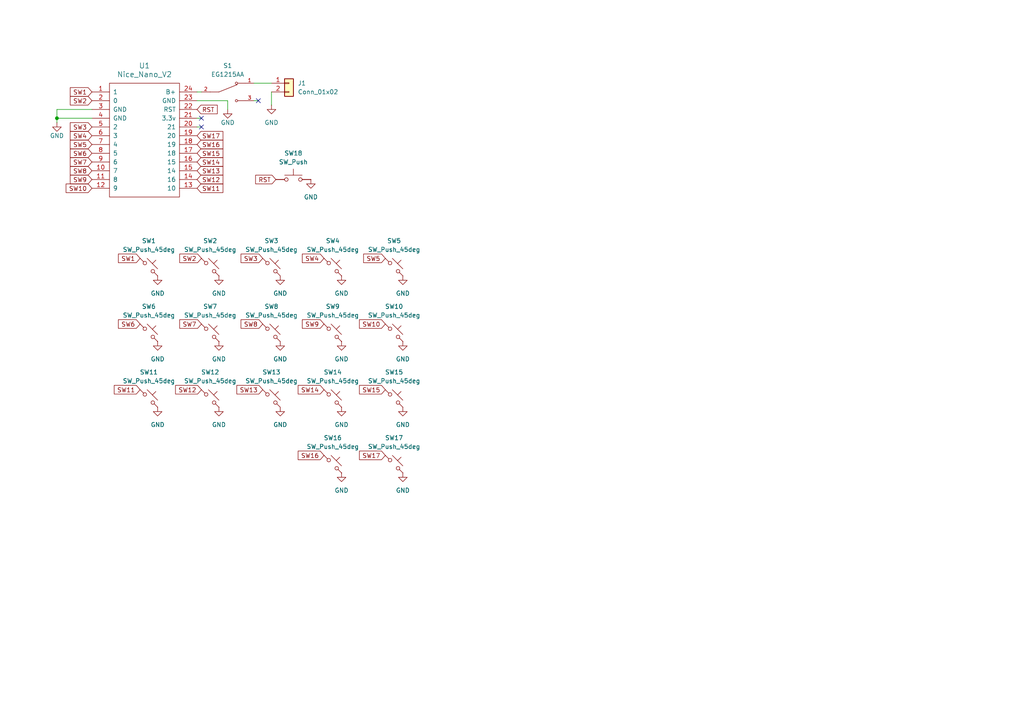
<source format=kicad_sch>
(kicad_sch (version 20250114) (generator "eeschema") (generator_version "9.0")
  (paper "A4")
  (lib_symbols
    (symbol "Connector_Generic:Conn_01x02" (pin_names (offset 1.016) (hide yes))
      (property "Reference" "J" (at 0 2.54 0))
      (property "Value" "Conn_01x02" (at 0 -5.08 0))
      (symbol "Conn_01x02_1_1"
        (rectangle (start -1.27 1.27) (end 1.27 -3.81) (stroke (width 0.254)) (fill (type background)))
        (rectangle (start -1.27 0.127) (end 0 -0.127) (stroke (width 0.1524)))
        (rectangle (start -1.27 -2.413) (end 0 -2.667) (stroke (width 0.1524)))
        (pin passive line (at -5.08 0 0) (length 3.81) (name "Pin_1") (number "1"))
        (pin passive line (at -5.08 -2.54 0) (length 3.81) (name "Pin_2") (number "2"))
      )
    )
    (symbol "EG1215AA:EG1215AA" (pin_names (offset 1.016))
      (property "Reference" "S" (at -2.54 5.08 0))
      (property "Value" "EG1215AA" (at -2.54 -5.08 0))
      (symbol "EG1215AA_0_0"
        (polyline (pts (xy -2.54 0) (xy -5.08 0)) (stroke (width 0.1524)))
        (polyline (pts (xy -2.54 0) (xy 2.794 2.1336)) (stroke (width 0.1524)))
        (circle (center 2.54 2.54) (radius 0.3302) (stroke (width 0.1524)))
        (circle (center 2.54 -2.54) (radius 0.3302) (stroke (width 0.1524)))
        (polyline (pts (xy 5.08 2.54) (xy 2.921 2.54)) (stroke (width 0.1524)))
        (polyline (pts (xy 5.08 -2.54) (xy 2.921 -2.54)) (stroke (width 0.1524)))
        (pin passive line (at -7.62 0 0) (length 2.54) (name "~") (number "2"))
        (pin passive line (at 7.62 2.54 180) (length 2.54) (name "~") (number "1"))
        (pin passive line (at 7.62 -2.54 180) (length 2.54) (name "~") (number "3"))
      )
    )
    (symbol "ScottoKeebs:MCU_Nice_Nano_V2" (pin_names (offset 1.016))
      (property "Reference" "U" (at 0 0 0))
      (property "Value" "Nice_Nano_V2" (at 0 -19.05 0))
      (symbol "MCU_Nice_Nano_V2_0_1"
        (rectangle (start -10.16 16.51) (end 10.16 -16.51))
      )
      (symbol "MCU_Nice_Nano_V2_1_1"
        (pin input line (at -15.24 13.97 0) (length 5.08) (name "1") (number "1"))
        (pin input line (at -15.24 11.43 0) (length 5.08) (name "0") (number "2"))
        (pin input line (at -15.24 8.89 0) (length 5.08) (name "GND") (number "3"))
        (pin input line (at -15.24 6.35 0) (length 5.08) (name "GND") (number "4"))
        (pin input line (at -15.24 3.81 0) (length 5.08) (name "2") (number "5"))
        (pin input line (at -15.24 1.27 0) (length 5.08) (name "3") (number "6"))
        (pin input line (at -15.24 -1.27 0) (length 5.08) (name "4") (number "7"))
        (pin input line (at -15.24 -3.81 0) (length 5.08) (name "5") (number "8"))
        (pin input line (at -15.24 -6.35 0) (length 5.08) (name "6") (number "9"))
        (pin input line (at -15.24 -8.89 0) (length 5.08) (name "7") (number "10"))
        (pin input line (at -15.24 -11.43 0) (length 5.08) (name "8") (number "11"))
        (pin input line (at -15.24 -13.97 0) (length 5.08) (name "9") (number "12"))
        (pin input line (at 15.24 13.97 180) (length 5.08) (name "B+") (number "24"))
        (pin input line (at 15.24 11.43 180) (length 5.08) (name "GND") (number "23"))
        (pin input line (at 15.24 8.89 180) (length 5.08) (name "RST") (number "22"))
        (pin input line (at 15.24 6.35 180) (length 5.08) (name "3.3v") (number "21"))
        (pin input line (at 15.24 3.81 180) (length 5.08) (name "21") (number "20"))
        (pin input line (at 15.24 1.27 180) (length 5.08) (name "20") (number "19"))
        (pin input line (at 15.24 -1.27 180) (length 5.08) (name "19") (number "18"))
        (pin input line (at 15.24 -3.81 180) (length 5.08) (name "18") (number "17"))
        (pin input line (at 15.24 -6.35 180) (length 5.08) (name "15") (number "16"))
        (pin input line (at 15.24 -8.89 180) (length 5.08) (name "14") (number "15"))
        (pin input line (at 15.24 -11.43 180) (length 5.08) (name "16") (number "14"))
        (pin input line (at 15.24 -13.97 180) (length 5.08) (name "10") (number "13"))
      )
    )
    (symbol "Switch:SW_Push" (pin_numbers (hide yes)) (pin_names (offset 1.016) (hide yes))
      (property "Reference" "SW" (at 1.27 2.54 0))
      (property "Value" "SW_Push" (at 0 -1.524 0))
      (symbol "SW_Push_0_1"
        (circle (center -2.032 0) (radius 0.508))
        (polyline (pts (xy 0 1.27) (xy 0 3.048)))
        (circle (center 2.032 0) (radius 0.508))
        (polyline (pts (xy 2.54 1.27) (xy -2.54 1.27)))
        (pin passive line (at -5.08 0 0) (length 2.54) (name "1") (number "1"))
        (pin passive line (at 5.08 0 180) (length 2.54) (name "2") (number "2"))
      )
    )
    (symbol "Switch:SW_Push_45deg" (pin_numbers (hide yes)) (pin_names (offset 1.016) (hide yes))
      (property "Reference" "SW" (at 3.048 1.016 0))
      (property "Value" "SW_Push_45deg" (at 0 -3.81 0))
      (symbol "SW_Push_45deg_0_1"
        (polyline (pts (xy -2.54 2.54) (xy -1.524 1.524) (xy -1.524 1.524)))
        (circle (center -1.1684 1.1684) (radius 0.508))
        (polyline (pts (xy -0.508 2.54) (xy 2.54 -0.508)))
        (polyline (pts (xy 1.016 1.016) (xy 2.032 2.032)))
        (circle (center 1.143 -1.1938) (radius 0.508))
        (polyline (pts (xy 1.524 -1.524) (xy 2.54 -2.54) (xy 2.54 -2.54) (xy 2.54 -2.54)))
        (pin passive line (at -2.54 2.54 0) (length 0) (name "1") (number "1"))
        (pin passive line (at 2.54 -2.54 180) (length 0) (name "2") (number "2"))
      )
    )
    (symbol "power:GND" (power) (pin_numbers (hide yes)) (pin_names (offset 0) (hide yes))
      (property "Value" "GND" (at 0 -3.81 0))
      (symbol "GND_0_1"
        (polyline (pts (xy 0 0) (xy 0 -1.27) (xy 1.27 -1.27) (xy 0 -2.54) (xy -1.27 -1.27) (xy 0 -1.27)))
      )
      (symbol "GND_1_1"
        (pin power_in line (at 0 0 270) (length 0) (name "~") (number "1"))
      )
    )
  )
  (junction (at 16.51 34.29))
  (no_connect (at 58.42 36.83))
  (no_connect (at 74.93 29.21))
  (no_connect (at 58.42 34.29))
  (wire (pts (xy 16.51 31.75) (xy 16.51 34.29)))
  (wire (pts (xy 58.42 26.67) (xy 57.15 26.67)))
  (wire (pts (xy 16.51 35.56) (xy 16.51 34.29)))
  (wire (pts (xy 78.74 26.67) (xy 78.74 30.48)))
  (wire (pts (xy 58.42 34.29) (xy 57.15 34.29)))
  (wire (pts (xy 66.04 29.21) (xy 66.04 31.75)))
  (wire (pts (xy 74.93 29.21) (xy 73.66 29.21)))
  (wire (pts (xy 26.67 31.75) (xy 16.51 31.75)))
  (wire (pts (xy 73.66 24.13) (xy 78.74 24.13)))
  (wire (pts (xy 16.51 34.29) (xy 26.67 34.29)))
  (wire (pts (xy 58.42 36.83) (xy 57.15 36.83)))
  (wire (pts (xy 57.15 29.21) (xy 66.04 29.21)))
  (global_label "SW14" (shape input) (at 93.98 113.03 180) (property "Intersheetrefs" "${INTERSHEET_REFS}" (effects (hide yes))))
  (global_label "SW5" (shape input) (at 111.76 74.93 180) (property "Intersheetrefs" "${INTERSHEET_REFS}" (effects (hide yes))))
  (global_label "SW9" (shape input) (at 93.98 93.98 180) (property "Intersheetrefs" "${INTERSHEET_REFS}" (effects (hide yes))))
  (global_label "SW10" (shape input) (at 26.67 54.61 180) (property "Intersheetrefs" "${INTERSHEET_REFS}" (effects (hide yes))))
  (global_label "SW16" (shape input) (at 57.15 41.91 0) (property "Intersheetrefs" "${INTERSHEET_REFS}" (effects (hide yes))))
  (global_label "SW15" (shape input) (at 111.76 113.03 180) (property "Intersheetrefs" "${INTERSHEET_REFS}" (effects (hide yes))))
  (global_label "SW4" (shape input) (at 26.67 39.37 180) (property "Intersheetrefs" "${INTERSHEET_REFS}" (effects (hide yes))))
  (global_label "SW9" (shape input) (at 26.67 52.07 180) (property "Intersheetrefs" "${INTERSHEET_REFS}" (effects (hide yes))))
  (global_label "SW6" (shape input) (at 40.64 93.98 180) (property "Intersheetrefs" "${INTERSHEET_REFS}" (effects (hide yes))))
  (global_label "SW11" (shape input) (at 40.64 113.03 180) (property "Intersheetrefs" "${INTERSHEET_REFS}" (effects (hide yes))))
  (global_label "SW6" (shape input) (at 26.67 44.45 180) (property "Intersheetrefs" "${INTERSHEET_REFS}" (effects (hide yes))))
  (global_label "SW7" (shape input) (at 26.67 46.99 180) (property "Intersheetrefs" "${INTERSHEET_REFS}" (effects (hide yes))))
  (global_label "SW12" (shape input) (at 57.15 52.07 0) (property "Intersheetrefs" "${INTERSHEET_REFS}" (effects (hide yes))))
  (global_label "SW2" (shape input) (at 58.42 74.93 180) (property "Intersheetrefs" "${INTERSHEET_REFS}" (effects (hide yes))))
  (global_label "SW16" (shape input) (at 93.98 132.08 180) (property "Intersheetrefs" "${INTERSHEET_REFS}" (effects (hide yes))))
  (global_label "SW14" (shape input) (at 57.15 46.99 0) (property "Intersheetrefs" "${INTERSHEET_REFS}" (effects (hide yes))))
  (global_label "SW3" (shape input) (at 26.67 36.83 180) (property "Intersheetrefs" "${INTERSHEET_REFS}" (effects (hide yes))))
  (global_label "SW13" (shape input) (at 57.15 49.53 0) (property "Intersheetrefs" "${INTERSHEET_REFS}" (effects (hide yes))))
  (global_label "SW15" (shape input) (at 57.15 44.45 0) (property "Intersheetrefs" "${INTERSHEET_REFS}" (effects (hide yes))))
  (global_label "SW1" (shape input) (at 26.67 26.67 180) (property "Intersheetrefs" "${INTERSHEET_REFS}" (effects (hide yes))))
  (global_label "SW11" (shape input) (at 57.15 54.61 0) (property "Intersheetrefs" "${INTERSHEET_REFS}" (effects (hide yes))))
  (global_label "RST" (shape input) (at 57.15 31.75 0) (property "Intersheetrefs" "${INTERSHEET_REFS}" (effects (hide yes))))
  (global_label "SW5" (shape input) (at 26.67 41.91 180) (property "Intersheetrefs" "${INTERSHEET_REFS}" (effects (hide yes))))
  (global_label "SW2" (shape input) (at 26.67 29.21 180) (property "Intersheetrefs" "${INTERSHEET_REFS}" (effects (hide yes))))
  (global_label "SW7" (shape input) (at 58.42 93.98 180) (property "Intersheetrefs" "${INTERSHEET_REFS}" (effects (hide yes))))
  (global_label "SW17" (shape input) (at 57.15 39.37 0) (property "Intersheetrefs" "${INTERSHEET_REFS}" (effects (hide yes))))
  (global_label "SW10" (shape input) (at 111.76 93.98 180) (property "Intersheetrefs" "${INTERSHEET_REFS}" (effects (hide yes))))
  (global_label "SW13" (shape input) (at 76.2 113.03 180) (property "Intersheetrefs" "${INTERSHEET_REFS}" (effects (hide yes))))
  (global_label "SW1" (shape input) (at 40.64 74.93 180) (property "Intersheetrefs" "${INTERSHEET_REFS}" (effects (hide yes))))
  (global_label "SW8" (shape input) (at 76.2 93.98 180) (property "Intersheetrefs" "${INTERSHEET_REFS}" (effects (hide yes))))
  (global_label "SW3" (shape input) (at 76.2 74.93 180) (property "Intersheetrefs" "${INTERSHEET_REFS}" (effects (hide yes))))
  (global_label "SW8" (shape input) (at 26.67 49.53 180) (property "Intersheetrefs" "${INTERSHEET_REFS}" (effects (hide yes))))
  (global_label "SW17" (shape input) (at 111.76 132.08 180) (property "Intersheetrefs" "${INTERSHEET_REFS}" (effects (hide yes))))
  (global_label "SW12" (shape input) (at 58.42 113.03 180) (property "Intersheetrefs" "${INTERSHEET_REFS}" (effects (hide yes))))
  (global_label "RST" (shape input) (at 80.01 52.07 180) (property "Intersheetrefs" "${INTERSHEET_REFS}" (effects (hide yes))))
  (global_label "SW4" (shape input) (at 93.98 74.93 180) (property "Intersheetrefs" "${INTERSHEET_REFS}" (effects (hide yes))))
  (symbol (lib_id "Switch:SW_Push_45deg") (at 96.52 115.57 0) (unit 1)
    (property "Reference" "SW14" (at 96.52 107.95 0))
    (property "Value" "SW_Push_45deg" (at 96.52 110.49 0))
    (property "Description" "Push button switch, normally open, two pins, 45° tilted" (effects (hide yes)))
  )
  (symbol (lib_id "Switch:SW_Push_45deg") (at 114.3 77.47 0) (unit 1)
    (property "Reference" "SW5" (at 114.3 69.85 0))
    (property "Value" "SW_Push_45deg" (at 114.3 72.39 0))
    (property "Description" "Push button switch, normally open, two pins, 45° tilted" (effects (hide yes)))
  )
  (symbol (lib_id "power:GND") (at 45.72 80.01 0) (unit 1)
    (property "Reference" "#PWR01" (effects (hide yes)))
    (property "Value" "GND" (at 45.72 85.09 0))
    (property "Description" "Power symbol creates a global label with name \"GND\" , ground" (effects (hide yes)))
  )
  (symbol (lib_id "power:GND") (at 99.06 99.06 0) (unit 1)
    (property "Reference" "#PWR09" (effects (hide yes)))
    (property "Value" "GND" (at 99.06 104.14 0))
    (property "Description" "Power symbol creates a global label with name \"GND\" , ground" (effects (hide yes)))
  )
  (symbol (lib_id "Switch:SW_Push_45deg") (at 96.52 96.52 0) (unit 1)
    (property "Reference" "SW9" (at 96.52 88.9 0))
    (property "Value" "SW_Push_45deg" (at 96.52 91.44 0))
    (property "Description" "Push button switch, normally open, two pins, 45° tilted" (effects (hide yes)))
  )
  (symbol (lib_id "Switch:SW_Push_45deg") (at 60.96 96.52 0) (unit 1)
    (property "Reference" "SW7" (at 60.96 88.9 0))
    (property "Value" "SW_Push_45deg" (at 60.96 91.44 0))
    (property "Description" "Push button switch, normally open, two pins, 45° tilted" (effects (hide yes)))
  )
  (symbol (lib_id "power:GND") (at 78.74 30.48 0) (unit 1)
    (property "Reference" "#PWR020" (effects (hide yes)))
    (property "Value" "GND" (at 78.74 35.56 0))
    (property "Description" "Power symbol creates a global label with name \"GND\" , ground" (effects (hide yes)))
  )
  (symbol (lib_id "power:GND") (at 63.5 99.06 0) (unit 1)
    (property "Reference" "#PWR07" (effects (hide yes)))
    (property "Value" "GND" (at 63.5 104.14 0))
    (property "Description" "Power symbol creates a global label with name \"GND\" , ground" (effects (hide yes)))
  )
  (symbol (lib_id "power:GND") (at 99.06 80.01 0) (unit 1)
    (property "Reference" "#PWR04" (effects (hide yes)))
    (property "Value" "GND" (at 99.06 85.09 0))
    (property "Description" "Power symbol creates a global label with name \"GND\" , ground" (effects (hide yes)))
  )
  (symbol (lib_id "power:GND") (at 81.28 99.06 0) (unit 1)
    (property "Reference" "#PWR08" (effects (hide yes)))
    (property "Value" "GND" (at 81.28 104.14 0))
    (property "Description" "Power symbol creates a global label with name \"GND\" , ground" (effects (hide yes)))
  )
  (symbol (lib_id "Switch:SW_Push_45deg") (at 78.74 77.47 0) (unit 1)
    (property "Reference" "SW3" (at 78.74 69.85 0))
    (property "Value" "SW_Push_45deg" (at 78.74 72.39 0))
    (property "Description" "Push button switch, normally open, two pins, 45° tilted" (effects (hide yes)))
  )
  (symbol (lib_id "power:GND") (at 63.5 118.11 0) (unit 1)
    (property "Reference" "#PWR012" (effects (hide yes)))
    (property "Value" "GND" (at 63.5 123.19 0))
    (property "Description" "Power symbol creates a global label with name \"GND\" , ground" (effects (hide yes)))
  )
  (symbol (lib_id "ScottoKeebs:MCU_Nice_Nano_V2") (at 41.91 40.64 0) (unit 1)
    (property "Reference" "U1" (at 41.91 19.05 0) (effects (font (size 1.524 1.524))))
    (property "Value" "Nice_Nano_V2" (at 41.91 21.59 0) (effects (font (size 1.524 1.524))))
    (property "Footprint" "ScottoKeebs_MCU:Nice_Nano_V2" (effects (hide yes)))
  )
  (symbol (lib_id "power:GND") (at 116.84 99.06 0) (unit 1)
    (property "Reference" "#PWR010" (effects (hide yes)))
    (property "Value" "GND" (at 116.84 104.14 0))
    (property "Description" "Power symbol creates a global label with name \"GND\" , ground" (effects (hide yes)))
  )
  (symbol (lib_id "Switch:SW_Push_45deg") (at 96.52 134.62 0) (unit 1)
    (property "Reference" "SW16" (at 96.52 127 0))
    (property "Value" "SW_Push_45deg" (at 96.52 129.54 0))
    (property "Description" "Push button switch, normally open, two pins, 45° tilted" (effects (hide yes)))
  )
  (symbol (lib_id "Connector_Generic:Conn_01x02") (at 83.82 24.13 0) (unit 1)
    (property "Reference" "J1" (at 86.36 24.1299 0) (effects (justify left)))
    (property "Value" "Conn_01x02" (at 86.36 26.6699 0) (effects (justify left)))
    (property "Description" "Generic connector, single row, 01x02, script generated (kicad-library-utils/schlib/autogen/connector/)" (effects (hide yes)))
  )
  (symbol (lib_id "power:GND") (at 99.06 137.16 0) (unit 1)
    (property "Reference" "#PWR016" (effects (hide yes)))
    (property "Value" "GND" (at 99.06 142.24 0))
    (property "Description" "Power symbol creates a global label with name \"GND\" , ground" (effects (hide yes)))
  )
  (symbol (lib_id "power:GND") (at 63.5 80.01 0) (unit 1)
    (property "Reference" "#PWR02" (effects (hide yes)))
    (property "Value" "GND" (at 63.5 85.09 0))
    (property "Description" "Power symbol creates a global label with name \"GND\" , ground" (effects (hide yes)))
  )
  (symbol (lib_id "Switch:SW_Push") (at 85.09 52.07 0) (unit 1)
    (property "Reference" "SW18" (at 85.09 44.45 0))
    (property "Value" "SW_Push" (at 85.09 46.99 0))
    (property "Description" "Push button switch, generic, two pins" (effects (hide yes)))
  )
  (symbol (lib_id "power:GND") (at 90.17 52.07 0) (unit 1)
    (property "Reference" "#PWR021" (effects (hide yes)))
    (property "Value" "GND" (at 90.17 57.15 0))
    (property "Description" "Power symbol creates a global label with name \"GND\" , ground" (effects (hide yes)))
  )
  (symbol (lib_id "Switch:SW_Push_45deg") (at 43.18 115.57 0) (unit 1)
    (property "Reference" "SW11" (at 43.18 107.95 0))
    (property "Value" "SW_Push_45deg" (at 43.18 110.49 0))
    (property "Description" "Push button switch, normally open, two pins, 45° tilted" (effects (hide yes)))
  )
  (symbol (lib_id "power:GND") (at 81.28 118.11 0) (unit 1)
    (property "Reference" "#PWR013" (effects (hide yes)))
    (property "Value" "GND" (at 81.28 123.19 0))
    (property "Description" "Power symbol creates a global label with name \"GND\" , ground" (effects (hide yes)))
  )
  (symbol (lib_id "power:GND") (at 99.06 118.11 0) (unit 1)
    (property "Reference" "#PWR014" (effects (hide yes)))
    (property "Value" "GND" (at 99.06 123.19 0))
    (property "Description" "Power symbol creates a global label with name \"GND\" , ground" (effects (hide yes)))
  )
  (symbol (lib_id "Switch:SW_Push_45deg") (at 60.96 115.57 0) (unit 1)
    (property "Reference" "SW12" (at 60.96 107.95 0))
    (property "Value" "SW_Push_45deg" (at 60.96 110.49 0))
    (property "Description" "Push button switch, normally open, two pins, 45° tilted" (effects (hide yes)))
  )
  (symbol (lib_id "EG1215AA:EG1215AA") (at 66.04 26.67 0) (unit 1)
    (property "Reference" "S1" (at 66.04 19.05 0))
    (property "Value" "EG1215AA" (at 66.04 21.59 0))
    (property "Footprint" "EG1215AA:SW_EG1215AA" (effects (hide yes)))
    (property "MF" "E-Switch" (effects (hide yes)))
    (property "MAXIMUM_PACKAGE_HEIGHT" "1.40mm" (effects (hide yes)))
    (property "Package" "None" (effects (hide yes)))
    (property "Price" "None" (effects (hide yes)))
    (property "Check_prices" "https://www.snapeda.com/parts/EG1215AA/E-Switch/view-part/?ref=eda" (effects (hide yes)))
    (property "STANDARD" "Manufacturer Recommendations" (effects (hide yes)))
    (property "PARTREV" "A" (effects (hide yes)))
    (property "SnapEDA_Link" "https://www.snapeda.com/parts/EG1215AA/E-Switch/view-part/?ref=snap" (effects (hide yes)))
    (property "MP" "EG1215AA" (effects (hide yes)))
    (property "Description_1" "Slide Switch SPDT Surface Mount, Right Angle" (effects (hide yes)))
    (property "Availability" "In Stock" (effects (hide yes)))
    (property "MANUFACTURER" "E Switch" (effects (hide yes)))
  )
  (symbol (lib_id "power:GND") (at 116.84 80.01 0) (unit 1)
    (property "Reference" "#PWR05" (effects (hide yes)))
    (property "Value" "GND" (at 116.84 85.09 0))
    (property "Description" "Power symbol creates a global label with name \"GND\" , ground" (effects (hide yes)))
  )
  (symbol (lib_id "Switch:SW_Push_45deg") (at 114.3 115.57 0) (unit 1)
    (property "Reference" "SW15" (at 114.3 107.95 0))
    (property "Value" "SW_Push_45deg" (at 114.3 110.49 0))
    (property "Description" "Push button switch, normally open, two pins, 45° tilted" (effects (hide yes)))
  )
  (symbol (lib_id "Switch:SW_Push_45deg") (at 78.74 115.57 0) (unit 1)
    (property "Reference" "SW13" (at 78.74 107.95 0))
    (property "Value" "SW_Push_45deg" (at 78.74 110.49 0))
    (property "Description" "Push button switch, normally open, two pins, 45° tilted" (effects (hide yes)))
  )
  (symbol (lib_id "Switch:SW_Push_45deg") (at 43.18 96.52 0) (unit 1)
    (property "Reference" "SW6" (at 43.18 88.9 0))
    (property "Value" "SW_Push_45deg" (at 43.18 91.44 0))
    (property "Description" "Push button switch, normally open, two pins, 45° tilted" (effects (hide yes)))
  )
  (symbol (lib_id "Switch:SW_Push_45deg") (at 96.52 77.47 0) (unit 1)
    (property "Reference" "SW4" (at 96.52 69.85 0))
    (property "Value" "SW_Push_45deg" (at 96.52 72.39 0))
    (property "Description" "Push button switch, normally open, two pins, 45° tilted" (effects (hide yes)))
  )
  (symbol (lib_id "Switch:SW_Push_45deg") (at 78.74 96.52 0) (unit 1)
    (property "Reference" "SW8" (at 78.74 88.9 0))
    (property "Value" "SW_Push_45deg" (at 78.74 91.44 0))
    (property "Description" "Push button switch, normally open, two pins, 45° tilted" (effects (hide yes)))
  )
  (symbol (lib_id "power:GND") (at 81.28 80.01 0) (unit 1)
    (property "Reference" "#PWR03" (effects (hide yes)))
    (property "Value" "GND" (at 81.28 85.09 0))
    (property "Description" "Power symbol creates a global label with name \"GND\" , ground" (effects (hide yes)))
  )
  (symbol (lib_id "power:GND") (at 116.84 118.11 0) (unit 1)
    (property "Reference" "#PWR015" (effects (hide yes)))
    (property "Value" "GND" (at 116.84 123.19 0))
    (property "Description" "Power symbol creates a global label with name \"GND\" , ground" (effects (hide yes)))
  )
  (symbol (lib_id "power:GND") (at 116.84 137.16 0) (unit 1)
    (property "Reference" "#PWR017" (effects (hide yes)))
    (property "Value" "GND" (at 116.84 142.24 0))
    (property "Description" "Power symbol creates a global label with name \"GND\" , ground" (effects (hide yes)))
  )
  (symbol (lib_id "power:GND") (at 16.51 35.56 0) (unit 1)
    (property "Reference" "#PWR022" (effects (hide yes)))
    (property "Value" "GND" (at 16.51 39.37 0))
    (property "Description" "Power symbol creates a global label with name \"GND\" , ground" (effects (hide yes)))
  )
  (symbol (lib_id "Switch:SW_Push_45deg") (at 43.18 77.47 0) (unit 1)
    (property "Reference" "SW1" (at 43.18 69.85 0))
    (property "Value" "SW_Push_45deg" (at 43.18 72.39 0))
    (property "Description" "Push button switch, normally open, two pins, 45° tilted" (effects (hide yes)))
  )
  (symbol (lib_id "Switch:SW_Push_45deg") (at 60.96 77.47 0) (unit 1)
    (property "Reference" "SW2" (at 60.96 69.85 0))
    (property "Value" "SW_Push_45deg" (at 60.96 72.39 0))
    (property "Description" "Push button switch, normally open, two pins, 45° tilted" (effects (hide yes)))
  )
  (symbol (lib_id "Switch:SW_Push_45deg") (at 114.3 134.62 0) (unit 1)
    (property "Reference" "SW17" (at 114.3 127 0))
    (property "Value" "SW_Push_45deg" (at 114.3 129.54 0))
    (property "Description" "Push button switch, normally open, two pins, 45° tilted" (effects (hide yes)))
  )
  (symbol (lib_id "power:GND") (at 66.04 31.75 0) (unit 1)
    (property "Reference" "#PWR019" (effects (hide yes)))
    (property "Value" "GND" (at 66.04 35.56 0))
    (property "Description" "Power symbol creates a global label with name \"GND\" , ground" (effects (hide yes)))
  )
  (symbol (lib_id "Switch:SW_Push_45deg") (at 114.3 96.52 0) (unit 1)
    (property "Reference" "SW10" (at 114.3 88.9 0))
    (property "Value" "SW_Push_45deg" (at 114.3 91.44 0))
    (property "Description" "Push button switch, normally open, two pins, 45° tilted" (effects (hide yes)))
  )
  (symbol (lib_id "power:GND") (at 45.72 118.11 0) (unit 1)
    (property "Reference" "#PWR011" (effects (hide yes)))
    (property "Value" "GND" (at 45.72 123.19 0))
    (property "Description" "Power symbol creates a global label with name \"GND\" , ground" (effects (hide yes)))
  )
  (symbol (lib_id "power:GND") (at 45.72 99.06 0) (unit 1)
    (property "Reference" "#PWR06" (effects (hide yes)))
    (property "Value" "GND" (at 45.72 104.14 0))
    (property "Description" "Power symbol creates a global label with name \"GND\" , ground" (effects (hide yes)))
  )
)
</source>
